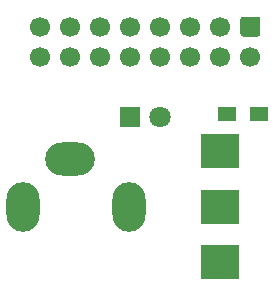
<source format=gbr>
%TF.GenerationSoftware,KiCad,Pcbnew,(5.1.9)-1*%
%TF.CreationDate,2021-03-02T23:47:49+00:00*%
%TF.ProjectId,Power In,506f7765-7220-4496-9e2e-6b696361645f,rev?*%
%TF.SameCoordinates,Original*%
%TF.FileFunction,Soldermask,Top*%
%TF.FilePolarity,Negative*%
%FSLAX46Y46*%
G04 Gerber Fmt 4.6, Leading zero omitted, Abs format (unit mm)*
G04 Created by KiCad (PCBNEW (5.1.9)-1) date 2021-03-02 23:47:49*
%MOMM*%
%LPD*%
G01*
G04 APERTURE LIST*
%ADD10R,1.500000X1.300000*%
%ADD11R,1.800000X1.800000*%
%ADD12C,1.800000*%
%ADD13R,3.300000X3.000000*%
%ADD14C,1.700000*%
%ADD15O,2.800000X4.200000*%
%ADD16O,4.200000X2.800000*%
G04 APERTURE END LIST*
D10*
%TO.C,R1*%
X150575000Y-86106000D03*
X147875000Y-86106000D03*
%TD*%
D11*
%TO.C,D1*%
X139700000Y-86360000D03*
D12*
X142240000Y-86360000D03*
%TD*%
D13*
%TO.C,SW1*%
X147320000Y-89300000D03*
X147320000Y-94000000D03*
X147320000Y-98700000D03*
%TD*%
D14*
%TO.C,J2*%
X132080000Y-81280000D03*
X134620000Y-81280000D03*
X137160000Y-81280000D03*
X139700000Y-81280000D03*
X142240000Y-81280000D03*
X144780000Y-81280000D03*
X147320000Y-81280000D03*
X149860000Y-81280000D03*
X132080000Y-78740000D03*
X134620000Y-78740000D03*
X137160000Y-78740000D03*
X139700000Y-78740000D03*
X142240000Y-78740000D03*
X144780000Y-78740000D03*
X147320000Y-78740000D03*
G36*
G01*
X149260000Y-77890000D02*
X150460000Y-77890000D01*
G75*
G02*
X150710000Y-78140000I0J-250000D01*
G01*
X150710000Y-79340000D01*
G75*
G02*
X150460000Y-79590000I-250000J0D01*
G01*
X149260000Y-79590000D01*
G75*
G02*
X149010000Y-79340000I0J250000D01*
G01*
X149010000Y-78140000D01*
G75*
G02*
X149260000Y-77890000I250000J0D01*
G01*
G37*
%TD*%
D15*
%TO.C,J1*%
X139620000Y-93980000D03*
D16*
X134620000Y-89980000D03*
D15*
X130620000Y-93980000D03*
%TD*%
M02*

</source>
